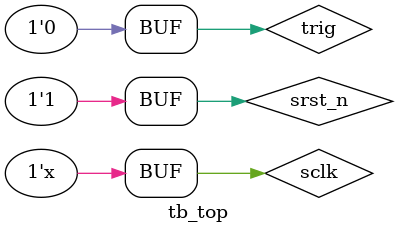
<source format=sv>
`timescale 1ns / 1ns
module tb_top ();
	/////////////////////////////////////////////
	// parameter and signals
	/////////////////////////////////////////////
	// parameter

	// regs or wires
    bit sclk = 0;
    bit srst_n = 0;
    bit trig = 0;
    /////////////////////////////////////////////
    // main code
    /////////////////////////////////////////////
    // System clock
    always #10 sclk = ~sclk;

    //inital
    initial begin
        #0
         srst_n = 0;
        trig = 0;
        #30
         srst_n = 1;
        #10
         trig = 1;
        #10
         trig = 0;
    end

	wire [15:0]DRAM_DQ;
	wire[11:0] DRAM_ADDR;
	wire[1:0] DRAM_BA;
	wire DRAM_CLK;
	wire DRAM_CKE;
	wire DRAM_LDQM;
	wire DRAM_UDQM;
	wire DRAM_WE_N;
	wire DRAM_CAS_N;
	wire DRAM_RAS_N;
	wire DRAM_CS_N;

	SDRAM sdram();

	// models
	sdram_init sdram_init_inst (
		.clock(sclk),
		.enable(srst_n),
		.sdram(sdram.sdram)
	);

	sdram_model sdram_model_inst(
		sdram.tb
	);

	// sdram_model_plus sdram_model_plus_inst (
	// 	.Dq(DRAM_DQ),
	// 	.Addr(DRAM_ADDR),
	// 	.Ba(DRAM_BA),
	// 	.Clk(DRAM_CLK),
	// 	.Cke(DRAM_CKE),
	// 	.Cs_n(DRAM_CS_N),
	// 	.Ras_n(DRAM_RAS_N),
	// 	.Cas_n(DRAM_CAS_N),
	// 	.We_n(DRAM_WE_N),
	// 	// .Dqm(),
	// 	.Debug(1'b1)
	// );
	// defparam sdram_model_plus_inst.addr_bits = 12;
	// defparam sdram_model_plus_inst.data_bits = 16;
	// defparam sdram_model_plus_inst.col_bits = 8;
	// defparam sdram_model_plus_inst.mem_sizes = 64 * 1024 * 1024 - 1;
	/////////////////////////////////////////////
	// code end
	/////////////////////////////////////////////
endmodule

</source>
